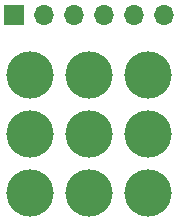
<source format=gbr>
%TF.GenerationSoftware,KiCad,Pcbnew,(5.1.10)-1*%
%TF.CreationDate,2024-02-11T12:05:25-03:30*%
%TF.ProjectId,dpdtFootSwitchBoard,64706474-466f-46f7-9453-776974636842,rev?*%
%TF.SameCoordinates,Original*%
%TF.FileFunction,Soldermask,Bot*%
%TF.FilePolarity,Negative*%
%FSLAX46Y46*%
G04 Gerber Fmt 4.6, Leading zero omitted, Abs format (unit mm)*
G04 Created by KiCad (PCBNEW (5.1.10)-1) date 2024-02-11 12:05:25*
%MOMM*%
%LPD*%
G01*
G04 APERTURE LIST*
%ADD10C,4.000000*%
%ADD11O,1.700000X1.700000*%
%ADD12R,1.700000X1.700000*%
G04 APERTURE END LIST*
D10*
%TO.C,SW1*%
X146000000Y-80500000D03*
X141000000Y-75500000D03*
X141000000Y-80500000D03*
X146000000Y-75500000D03*
X151000000Y-75500000D03*
X151000000Y-80500000D03*
X141000000Y-85500000D03*
X151000000Y-85500000D03*
X146000000Y-85500000D03*
%TD*%
D11*
%TO.C,J1*%
X152350000Y-70400000D03*
X149810000Y-70400000D03*
X147270000Y-70400000D03*
X144730000Y-70400000D03*
X142190000Y-70400000D03*
D12*
X139650000Y-70400000D03*
%TD*%
M02*

</source>
